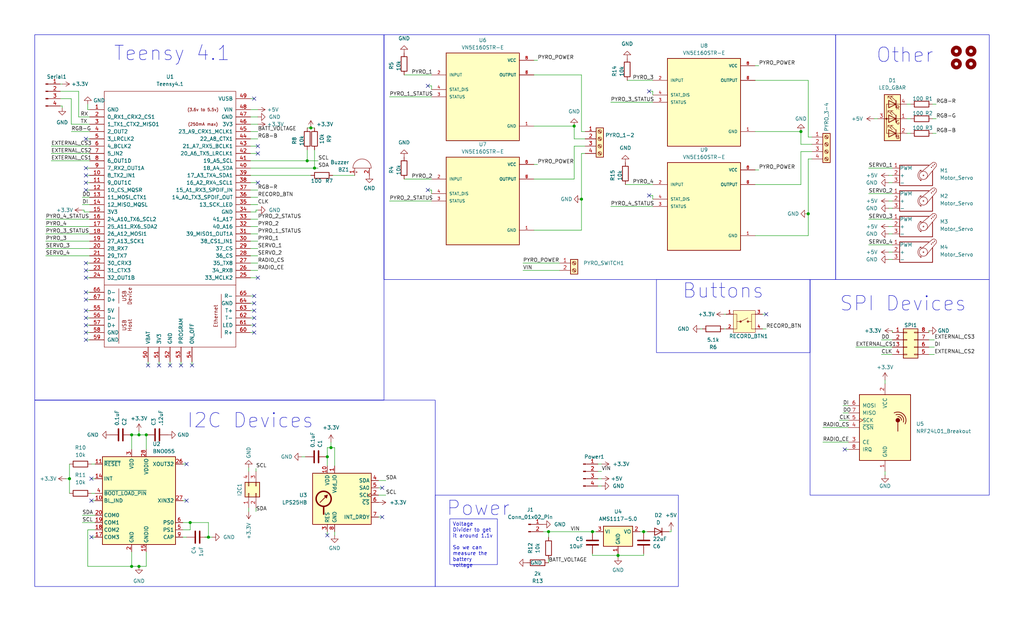
<source format=kicad_sch>
(kicad_sch (version 20230121) (generator eeschema)
  (paper "USLegal")
  (title_block (title "Data Logger") (date "2023-12-03") (rev "2") (company "Pioneer Rocketry") (comment 1 "Designed by Colin Sutter"))
  (junction (at 48.26 151.13))
  (junction (at 199.39 43.815))
  (junction (at 109.22 58.42))
  (junction (at 48.26 196.85))
  (junction (at 72.39 186.69))
  (junction (at 280.67 74.295))
  (junction (at 113.665 158.75))
  (junction (at 107.95 44.45))
  (junction (at 201.93 69.215))
  (junction (at 24.13 166.37))
  (junction (at 45.72 151.13))
  (junction (at 278.13 45.72))
  (junction (at 223.52 184.785))
  (junction (at 214.63 193.04))
  (junction (at 114.935 155.575))
  (junction (at 50.8 151.13))
  (junction (at 66.04 181.61))
  (junction (at 190.5 184.785))
  (junction (at 106.68 55.88))
  (junction (at 205.74 184.785))
  (junction (at 45.72 196.85))
  (no_connect (at 88.265 102.87))
  (no_connect (at 89.535 96.52))
  (no_connect (at 29.845 66.04))
  (no_connect (at 29.845 58.42))
  (no_connect (at 225.425 67.945))
  (no_connect (at 113.665 186.055))
  (no_connect (at 62.865 127))
  (no_connect (at 88.265 115.57))
  (no_connect (at 88.265 105.41))
  (no_connect (at 88.265 34.29))
  (no_connect (at 31.75 186.69))
  (no_connect (at 29.845 91.44))
  (no_connect (at 29.845 113.03))
  (no_connect (at 29.845 96.52))
  (no_connect (at 88.265 107.95))
  (no_connect (at 64.77 173.99))
  (no_connect (at 55.245 127))
  (no_connect (at 132.715 169.545))
  (no_connect (at 88.265 110.49))
  (no_connect (at 29.845 110.49))
  (no_connect (at 29.845 115.57))
  (no_connect (at 132.715 179.705))
  (no_connect (at 266.065 109.22))
  (no_connect (at 148.59 66.04))
  (no_connect (at 29.845 48.26))
  (no_connect (at 89.535 50.8))
  (no_connect (at 225.425 31.75))
  (no_connect (at 31.75 166.37))
  (no_connect (at 29.845 101.6))
  (no_connect (at 29.845 104.14))
  (no_connect (at 51.435 127))
  (no_connect (at 59.055 127))
  (no_connect (at 88.265 113.03))
  (no_connect (at 89.535 53.34))
  (no_connect (at 293.37 156.21))
  (no_connect (at 31.75 173.99))
  (no_connect (at 66.675 127))
  (no_connect (at 148.59 29.845))
  (no_connect (at 64.77 161.29))
  (no_connect (at 29.845 63.5))
  (no_connect (at 29.845 118.11))
  (no_connect (at 29.845 107.95))
  (no_connect (at 29.845 60.96))
  (no_connect (at 29.845 93.98))
  (no_connect (at 89.535 63.5))
  (wire (pts (xy 205.74 184.785) (xy 207.01 184.785)))
  (wire (pts (xy 291.465 146.05) (xy 294.64 146.05)))
  (wire (pts (xy 201.93 53.34) (xy 203.2 53.34)))
  (wire (pts (xy 226.695 67.945) (xy 226.695 69.215)))
  (wire (pts (xy 233.045 184.15) (xy 233.045 184.785)))
  (wire (pts (xy 301.625 76.2) (xy 309.88 76.2)))
  (wire (pts (xy 201.93 69.215) (xy 201.93 80.01)))
  (wire (pts (xy 28.575 71.12) (xy 31.115 71.12)))
  (wire (pts (xy 50.8 196.85) (xy 50.8 191.77)))
  (wire (pts (xy 15.875 86.36) (xy 31.115 86.36)))
  (wire (pts (xy 29.845 66.04) (xy 31.115 66.04)))
  (wire (pts (xy 133.985 172.085) (xy 131.445 172.085)))
  (wire (pts (xy 30.48 36.195) (xy 30.48 38.1)))
  (wire (pts (xy 86.36 162.56) (xy 86.36 163.83)))
  (wire (pts (xy 72.39 181.61) (xy 72.39 186.69)))
  (wire (pts (xy 50.8 151.13) (xy 50.8 156.21)))
  (wire (pts (xy 316.23 41.275) (xy 314.96 41.275)))
  (wire (pts (xy 89.535 50.8) (xy 86.995 50.8)))
  (wire (pts (xy 88.265 105.41) (xy 86.995 105.41)))
  (wire (pts (xy 285.75 148.59) (xy 294.64 148.59)))
  (wire (pts (xy 63.5 181.61) (xy 66.04 181.61)))
  (wire (pts (xy 24.13 166.37) (xy 24.13 171.45)))
  (wire (pts (xy 132.715 179.705) (xy 131.445 179.705)))
  (wire (pts (xy 31.75 161.29) (xy 33.02 161.29)))
  (wire (pts (xy 201.93 45.72) (xy 203.2 45.72)))
  (wire (pts (xy 278.13 64.135) (xy 278.13 52.705)))
  (wire (pts (xy 324.485 120.65) (xy 322.58 120.65)))
  (wire (pts (xy 316.23 36.195) (xy 314.96 36.195)))
  (wire (pts (xy 106.68 55.88) (xy 110.49 55.88)))
  (wire (pts (xy 88.265 107.95) (xy 86.995 107.95)))
  (wire (pts (xy 306.07 123.19) (xy 309.88 123.19)))
  (wire (pts (xy 322.58 123.19) (xy 324.485 123.19)))
  (wire (pts (xy 45.72 151.13) (xy 45.72 156.21)))
  (wire (pts (xy 201.93 26.035) (xy 201.93 45.72)))
  (wire (pts (xy 280.67 74.295) (xy 280.67 81.915)))
  (wire (pts (xy 109.22 58.42) (xy 110.49 58.42)))
  (wire (pts (xy 89.535 76.2) (xy 86.995 76.2)))
  (wire (pts (xy 214.63 193.04) (xy 214.63 192.405)))
  (wire (pts (xy 266.065 109.22) (xy 264.795 109.22)))
  (wire (pts (xy 285.75 153.67) (xy 294.64 153.67)))
  (wire (pts (xy 262.255 64.135) (xy 278.13 64.135)))
  (wire (pts (xy 308.61 60.96) (xy 309.88 60.96)))
  (wire (pts (xy 181.61 93.98) (xy 194.31 93.98)))
  (wire (pts (xy 89.535 81.28) (xy 86.995 81.28)))
  (wire (pts (xy 212.09 71.755) (xy 226.695 71.755)))
  (wire (pts (xy 15.875 88.9) (xy 31.115 88.9)))
  (wire (pts (xy 316.23 46.355) (xy 314.96 46.355)))
  (wire (pts (xy 325.12 46.355) (xy 323.85 46.355)))
  (wire (pts (xy 29.21 73.66) (xy 31.115 73.66)))
  (wire (pts (xy 278.13 52.705) (xy 281.94 52.705)))
  (wire (pts (xy 89.535 73.025) (xy 88.9 73.025)))
  (wire (pts (xy 89.535 86.36) (xy 86.995 86.36)))
  (wire (pts (xy 116.205 186.055) (xy 116.205 184.785)))
  (wire (pts (xy 28.575 179.07) (xy 33.02 179.07)))
  (wire (pts (xy 280.67 27.94) (xy 280.67 47.625)))
  (wire (pts (xy 15.875 78.74) (xy 31.115 78.74)))
  (wire (pts (xy 233.045 184.785) (xy 232.41 184.785)))
  (wire (pts (xy 303.53 41.275) (xy 304.8 41.275)))
  (wire (pts (xy 86.995 55.88) (xy 106.68 55.88)))
  (wire (pts (xy 89.535 45.72) (xy 86.995 45.72)))
  (wire (pts (xy 86.995 58.42) (xy 109.22 58.42)))
  (wire (pts (xy 31.75 166.37) (xy 33.02 166.37)))
  (wire (pts (xy 190.5 184.785) (xy 188.595 184.785)))
  (wire (pts (xy 29.21 73.025) (xy 29.21 73.66)))
  (wire (pts (xy 135.255 69.85) (xy 149.86 69.85)))
  (wire (pts (xy 262.255 81.915) (xy 280.67 81.915)))
  (wire (pts (xy 62.865 127) (xy 62.865 125.73)))
  (wire (pts (xy 135.255 33.655) (xy 149.86 33.655)))
  (wire (pts (xy 301.625 85.09) (xy 309.88 85.09)))
  (wire (pts (xy 262.255 45.72) (xy 278.13 45.72)))
  (wire (pts (xy 89.535 66.04) (xy 86.995 66.04)))
  (wire (pts (xy 308.61 81.28) (xy 309.88 81.28)))
  (wire (pts (xy 28.575 68.58) (xy 31.115 68.58)))
  (wire (pts (xy 29.845 101.6) (xy 31.115 101.6)))
  (wire (pts (xy 251.46 109.22) (xy 252.095 109.22)))
  (wire (pts (xy 17.78 53.34) (xy 31.115 53.34)))
  (wire (pts (xy 301.625 67.31) (xy 309.88 67.31)))
  (wire (pts (xy 214.63 193.675) (xy 214.63 193.04)))
  (wire (pts (xy 292.735 143.51) (xy 294.64 143.51)))
  (wire (pts (xy 30.48 38.1) (xy 31.115 38.1)))
  (wire (pts (xy 224.79 184.785) (xy 223.52 184.785)))
  (wire (pts (xy 307.34 165.1) (xy 307.34 163.83)))
  (wire (pts (xy 185.42 43.815) (xy 199.39 43.815)))
  (wire (pts (xy 88.265 115.57) (xy 86.995 115.57)))
  (wire (pts (xy 116.205 161.925) (xy 116.205 155.575)))
  (wire (pts (xy 208.915 168.91) (xy 207.645 168.91)))
  (wire (pts (xy 113.665 158.75) (xy 113.665 155.575)))
  (wire (pts (xy 292.735 140.97) (xy 294.64 140.97)))
  (wire (pts (xy 89.535 71.12) (xy 86.995 71.12)))
  (wire (pts (xy 190.5 194.31) (xy 190.5 195.58)))
  (wire (pts (xy 86.995 60.96) (xy 107.95 60.96)))
  (wire (pts (xy 266.065 114.3) (xy 264.795 114.3)))
  (wire (pts (xy 15.875 83.82) (xy 31.115 83.82)))
  (wire (pts (xy 149.86 66.04) (xy 149.86 67.31)))
  (wire (pts (xy 199.39 50.8) (xy 203.2 50.8)))
  (wire (pts (xy 280.67 55.245) (xy 280.67 74.295)))
  (wire (pts (xy 64.77 173.99) (xy 63.5 173.99)))
  (wire (pts (xy 88.265 113.03) (xy 86.995 113.03)))
  (wire (pts (xy 308.61 87.63) (xy 309.88 87.63)))
  (wire (pts (xy 88.9 162.814) (xy 88.9 163.83)))
  (wire (pts (xy 64.77 161.29) (xy 63.5 161.29)))
  (wire (pts (xy 107.95 44.45) (xy 109.22 44.45)))
  (wire (pts (xy 201.93 53.34) (xy 201.93 69.215)))
  (wire (pts (xy 88.265 110.49) (xy 86.995 110.49)))
  (wire (pts (xy 148.59 29.845) (xy 149.86 29.845)))
  (wire (pts (xy 29.845 115.57) (xy 31.115 115.57)))
  (wire (pts (xy 186.69 57.15) (xy 185.42 57.15)))
  (wire (pts (xy 89.535 68.58) (xy 86.995 68.58)))
  (wire (pts (xy 30.48 196.85) (xy 45.72 196.85)))
  (wire (pts (xy 29.845 104.14) (xy 31.115 104.14)))
  (wire (pts (xy 212.09 35.56) (xy 226.695 35.56)))
  (wire (pts (xy 186.69 20.955) (xy 185.42 20.955)))
  (wire (pts (xy 214.63 193.04) (xy 223.52 193.04)))
  (wire (pts (xy 27.305 40.64) (xy 27.305 31.75)))
  (wire (pts (xy 89.535 91.44) (xy 86.995 91.44)))
  (wire (pts (xy 89.535 48.26) (xy 86.995 48.26)))
  (wire (pts (xy 45.72 191.77) (xy 45.72 196.85)))
  (wire (pts (xy 89.535 63.5) (xy 86.995 63.5)))
  (wire (pts (xy 181.61 91.44) (xy 194.31 91.44)))
  (wire (pts (xy 31.75 186.69) (xy 33.02 186.69)))
  (wire (pts (xy 308.61 72.39) (xy 309.88 72.39)))
  (wire (pts (xy 208.915 163.83) (xy 207.645 163.83)))
  (wire (pts (xy 89.535 43.18) (xy 86.995 43.18)))
  (wire (pts (xy 113.665 161.925) (xy 113.665 158.75)))
  (wire (pts (xy 308.61 78.74) (xy 309.88 78.74)))
  (wire (pts (xy 208.915 161.29) (xy 207.645 161.29)))
  (wire (pts (xy 72.39 186.69) (xy 71.12 186.69)))
  (wire (pts (xy 66.04 181.61) (xy 72.39 181.61)))
  (wire (pts (xy 89.535 88.9) (xy 86.995 88.9)))
  (wire (pts (xy 31.75 173.99) (xy 33.02 173.99)))
  (wire (pts (xy 48.26 151.13) (xy 50.8 151.13)))
  (wire (pts (xy 29.845 58.42) (xy 31.115 58.42)))
  (wire (pts (xy 86.995 96.52) (xy 89.535 96.52)))
  (wire (pts (xy 325.12 41.275) (xy 323.85 41.275)))
  (wire (pts (xy 123.19 60.96) (xy 115.57 60.96)))
  (wire (pts (xy 106.68 44.45) (xy 107.95 44.45)))
  (wire (pts (xy 109.22 52.07) (xy 109.22 58.42)))
  (wire (pts (xy 27.305 31.75) (xy 20.955 31.75)))
  (wire (pts (xy 307.34 132.08) (xy 307.34 133.35)))
  (wire (pts (xy 21.59 37.465) (xy 21.59 36.83)))
  (wire (pts (xy 45.72 196.85) (xy 48.26 196.85)))
  (wire (pts (xy 48.26 149.86) (xy 48.26 151.13)))
  (wire (pts (xy 199.39 43.815) (xy 199.39 48.26)))
  (wire (pts (xy 217.17 64.135) (xy 226.695 64.135)))
  (wire (pts (xy 205.74 193.04) (xy 205.74 192.405)))
  (wire (pts (xy 88.9 73.025) (xy 88.9 73.66)))
  (wire (pts (xy 309.88 114.935) (xy 309.88 115.57)))
  (wire (pts (xy 263.525 59.055) (xy 262.255 59.055)))
  (wire (pts (xy 140.335 26.035) (xy 149.86 26.035)))
  (wire (pts (xy 21.59 29.21) (xy 20.955 29.21)))
  (wire (pts (xy 24.765 43.18) (xy 24.765 34.29)))
  (wire (pts (xy 45.72 151.13) (xy 48.26 151.13)))
  (wire (pts (xy 89.535 78.74) (xy 86.995 78.74)))
  (wire (pts (xy 24.13 161.29) (xy 24.13 166.37)))
  (wire (pts (xy 325.12 36.195) (xy 323.85 36.195)))
  (wire (pts (xy 185.42 80.01) (xy 201.93 80.01)))
  (wire (pts (xy 208.915 166.37) (xy 207.645 166.37)))
  (wire (pts (xy 140.335 62.23) (xy 149.86 62.23)))
  (wire (pts (xy 66.04 184.15) (xy 66.04 181.61)))
  (wire (pts (xy 29.845 60.96) (xy 31.115 60.96)))
  (wire (pts (xy 88.9 73.66) (xy 86.995 73.66)))
  (wire (pts (xy 89.535 83.82) (xy 86.995 83.82)))
  (wire (pts (xy 225.425 31.75) (xy 226.695 31.75)))
  (wire (pts (xy 28.575 73.025) (xy 29.21 73.025)))
  (wire (pts (xy 15.875 81.28) (xy 31.115 81.28)))
  (wire (pts (xy 132.715 169.545) (xy 131.445 169.545)))
  (wire (pts (xy 33.02 184.15) (xy 30.48 184.15)))
  (wire (pts (xy 88.9 176.53) (xy 88.9 177.8)))
  (wire (pts (xy 205.74 193.04) (xy 214.63 193.04)))
  (wire (pts (xy 263.525 22.86) (xy 262.255 22.86)))
  (wire (pts (xy 190.5 184.785) (xy 205.74 184.785)))
  (wire (pts (xy 217.805 27.94) (xy 226.695 27.94)))
  (wire (pts (xy 29.845 96.52) (xy 31.115 96.52)))
  (wire (pts (xy 199.39 48.26) (xy 203.2 48.26)))
  (wire (pts (xy 133.985 167.005) (xy 131.445 167.005)))
  (wire (pts (xy 243.205 114.3) (xy 243.84 114.3)))
  (wire (pts (xy 29.845 107.95) (xy 31.115 107.95)))
  (wire (pts (xy 149.86 29.845) (xy 149.86 31.115)))
  (wire (pts (xy 89.535 53.34) (xy 86.995 53.34)))
  (wire (pts (xy 29.845 118.11) (xy 31.115 118.11)))
  (wire (pts (xy 199.39 62.23) (xy 199.39 50.8)))
  (wire (pts (xy 50.8 196.85) (xy 48.26 196.85)))
  (wire (pts (xy 306.07 118.11) (xy 309.88 118.11)))
  (wire (pts (xy 113.665 186.055) (xy 113.665 184.785)))
  (wire (pts (xy 31.75 171.45) (xy 33.02 171.45)))
  (wire (pts (xy 24.765 45.72) (xy 31.115 45.72)))
  (wire (pts (xy 223.52 193.04) (xy 223.52 192.405)))
  (wire (pts (xy 308.61 90.17) (xy 309.88 90.17)))
  (wire (pts (xy 222.25 184.785) (xy 223.52 184.785)))
  (wire (pts (xy 262.255 27.94) (xy 280.67 27.94)))
  (wire (pts (xy 29.845 110.49) (xy 31.115 110.49)))
  (wire (pts (xy 30.48 184.15) (xy 30.48 196.85)))
  (wire (pts (xy 55.245 127) (xy 55.245 125.73)))
  (wire (pts (xy 31.115 40.64) (xy 27.305 40.64)))
  (wire (pts (xy 64.77 186.69) (xy 63.5 186.69)))
  (wire (pts (xy 297.18 120.65) (xy 309.88 120.65)))
  (wire (pts (xy 89.535 40.64) (xy 86.995 40.64)))
  (wire (pts (xy 322.58 114.935) (xy 322.58 115.57)))
  (wire (pts (xy 185.42 26.035) (xy 201.93 26.035)))
  (wire (pts (xy 22.86 166.37) (xy 24.13 166.37)))
  (wire (pts (xy 28.575 181.61) (xy 33.02 181.61)))
  (wire (pts (xy 280.67 55.245) (xy 281.94 55.245)))
  (wire (pts (xy 278.13 45.72) (xy 278.13 50.165)))
  (wire (pts (xy 113.665 155.575) (xy 114.935 155.575)))
  (wire (pts (xy 89.535 93.98) (xy 86.995 93.98)))
  (wire (pts (xy 66.675 127) (xy 66.675 125.73)))
  (wire (pts (xy 251.46 114.3) (xy 252.095 114.3)))
  (wire (pts (xy 226.695 31.75) (xy 226.695 33.02)))
  (wire (pts (xy 51.435 127) (xy 51.435 125.73)))
  (wire (pts (xy 293.37 156.21) (xy 294.64 156.21)))
  (wire (pts (xy 59.055 127) (xy 59.055 125.73)))
  (wire (pts (xy 15.875 76.2) (xy 31.115 76.2)))
  (wire (pts (xy 17.78 55.88) (xy 31.115 55.88)))
  (wire (pts (xy 106.68 55.88) (xy 106.68 52.07)))
  (wire (pts (xy 190.5 184.785) (xy 190.5 186.69)))
  (wire (pts (xy 29.845 93.98) (xy 31.115 93.98)))
  (wire (pts (xy 24.765 34.29) (xy 20.955 34.29)))
  (wire (pts (xy 29.845 48.26) (xy 31.115 48.26)))
  (wire (pts (xy 301.625 58.42) (xy 309.88 58.42)))
  (wire (pts (xy 88.265 102.87) (xy 86.995 102.87)))
  (wire (pts (xy 29.845 91.44) (xy 31.115 91.44)))
  (wire (pts (xy 278.13 50.165) (xy 281.94 50.165)))
  (wire (pts (xy 29.845 63.5) (xy 31.115 63.5)))
  (wire (pts (xy 29.845 113.03) (xy 31.115 113.03)))
  (wire (pts (xy 185.42 62.23) (xy 199.39 62.23)))
  (wire (pts (xy 104.775 158.75) (xy 106.045 158.75)))
  (wire (pts (xy 116.205 155.575) (xy 114.935 155.575)))
  (wire (pts (xy 31.115 43.18) (xy 24.765 43.18)))
  (wire (pts (xy 86.36 176.53) (xy 86.36 177.8)))
  (wire (pts (xy 89.535 38.1) (xy 86.995 38.1)))
  (wire (pts (xy 21.59 36.83) (xy 20.955 36.83)))
  (wire (pts (xy 17.78 50.8) (xy 31.115 50.8)))
  (wire (pts (xy 88.265 34.29) (xy 86.995 34.29)))
  (wire (pts (xy 308.61 63.5) (xy 309.88 63.5)))
  (wire (pts (xy 280.67 47.625) (xy 281.94 47.625)))
  (wire (pts (xy 322.58 118.11) (xy 324.485 118.11)))
  (wire (pts (xy 225.425 67.945) (xy 226.695 67.945)))
  (wire (pts (xy 308.61 69.85) (xy 309.88 69.85)))
  (wire (pts (xy 114.935 153.67) (xy 114.935 155.575)))
  (wire (pts (xy 63.5 184.15) (xy 66.04 184.15)))
  (wire (pts (xy 148.59 66.04) (xy 149.86 66.04)))
  (wire (pts (xy 73.66 186.69) (xy 72.39 186.69)))
  (rectangle (start 290.195 12.065) (end 343.535 97.155))
  (rectangle (start 12.065 139.065) (end 151.13 203.835))
  (rectangle (start 12.065 12.065) (end 133.35 139.065))
  (rectangle (start 133.35 12.065) (end 290.195 97.155))
  (rectangle (start 281.305 97.155) (end 343.535 172.085))
  (rectangle (start 151.13 172.085) (end 235.585 203.835))
  (rectangle (start 227.965 97.155) (end 281.305 122.555))
  (text_box "Voltage Divider to get it around 1.1v\n\nSo we can measure the battery voltage" (at 156.21 180.34 0) (size 16.51 15.875) (effects (font (size 1.27 1.27)) (justify left top)))
  (text "Other" (at 304.165 22.225 0) (effects (font (size 5 5)) (justify left bottom)))
  (text "Teensy 4.1" (at 39.37 21.59 0) (effects (font (size 5 5)) (justify left bottom)))
  (text "Buttons" (at 236.855 104.14 0) (effects (font (size 5 5)) (justify left bottom)))
  (text "Power" (at 154.94 179.705 0) (effects (font (size 5 5)) (justify left bottom)))
  (text "SPI Devices" (at 291.465 108.585 0) (effects (font (size 5 5)) (justify left bottom)))
  (text "I2C Devices" (at 64.77 149.225 0) (effects (font (size 5 5)) (justify left bottom)))
  (label "PYRO_1_STATUS" (at 89.535 81.28 0))
  (label "PYRO_4" (at 15.875 78.74 0))
  (label "EXTERNAL_CS1" (at 297.18 120.65 0))
  (label "RGB-R" (at 325.12 36.195 0))
  (label "DI" (at 292.735 140.97 0))
  (label "PYRO_4" (at 219.71 64.135 0))
  (label "EXTERNAL_CS3" (at 324.485 118.11 0))
  (label "SCL" (at 88.9 162.814 0))
  (label "PYRO_2" (at 89.535 78.74 0))
  (label "DO" (at 292.735 143.51 0))
  (label "SERVO_1" (at 89.535 86.36 0))
  (label "TX" (at 27.94 43.18 0))
  (label "SDA" (at 133.985 167.005 0))
  (label "RX" (at 27.94 40.64 0))
  (label "VIN" (at 198.12 184.785 0))
  (label "SDA" (at 28.575 179.07 0))
  (label "RECORD_BTN" (at 266.065 114.3 0))
  (label "PYRO_3" (at 219.71 27.94 0))
  (label "PYRO_POWER" (at 181.61 91.44 0))
  (label "SERVO_1" (at 301.625 58.42 0))
  (label "PYRO_2_STATUS" (at 135.255 69.85 0))
  (label "VIN" (at 181.61 93.98 0))
  (label "EXTERNAL_CS2" (at 324.485 123.19 0))
  (label "RGB-G" (at 325.12 41.275 0))
  (label "DI" (at 28.575 71.12 0))
  (label "RADIO_CS" (at 89.535 91.44 0))
  (label "CLK" (at 306.07 123.19 0))
  (label "PYRO_POWER" (at 186.69 57.15 0))
  (label "DO" (at 28.575 68.58 0))
  (label "VIN" (at 208.915 163.83 0))
  (label "PYRO_3_STATUS" (at 212.09 35.56 0))
  (label "PYRO_3_STATUS" (at 15.875 81.28 0))
  (label "PYRO_1" (at 142.875 26.035 0))
  (label "RGB-B" (at 89.535 48.26 0))
  (label "PYRO_1_STATUS" (at 135.255 33.655 0))
  (label "PYRO_2_STATUS" (at 89.535 76.2 0))
  (label "EXTERNAL_CS3" (at 17.78 50.8 0))
  (label "BATT_VOLTAGE" (at 190.5 195.58 0))
  (label "SCL" (at 110.49 55.88 0))
  (label "SDA" (at 88.9 177.8 0))
  (label "RADIO_CE" (at 89.535 93.98 0))
  (label "PYRO_4_STATUS" (at 15.875 76.2 0))
  (label "PYRO_POWER" (at 186.69 20.955 0))
  (label "RGB-B" (at 325.12 46.355 0))
  (label "RECORD_BTN" (at 89.535 68.58 0))
  (label "DI" (at 324.485 120.65 0))
  (label "PYRO_4_STATUS" (at 212.09 71.755 0))
  (label "SDA" (at 110.49 58.42 0))
  (label "CLK" (at 291.465 146.05 0))
  (label "RADIO_CS" (at 285.75 148.59 0))
  (label "PYRO_POWER" (at 263.525 59.055 0))
  (label "SERVO_3" (at 301.625 76.2 0))
  (label "PYRO_2" (at 142.875 62.23 0))
  (label "PYRO_POWER" (at 263.525 22.86 0))
  (label "SERVO_4" (at 301.625 85.09 0))
  (label "RGB-R" (at 89.535 66.04 0))
  (label "EXTERNAL_CS2" (at 17.78 53.34 0))
  (label "CLK" (at 89.535 71.12 0))
  (label "SERVO_4" (at 15.875 88.9 0))
  (label "RGB-G" (at 24.765 45.72 0))
  (label "SERVO_2" (at 301.625 67.31 0))
  (label "PYRO_1" (at 89.535 83.82 0))
  (label "SCL" (at 28.575 181.61 0))
  (label "EXTERNAL_CS1" (at 17.78 55.88 0))
  (label "RADIO_CE" (at 285.75 153.67 0))
  (label "SCL" (at 133.985 172.085 0))
  (label "BATT_VOLTAGE" (at 89.535 45.72 0))
  (label "DO" (at 306.07 118.11 0))
  (label "SERVO_3" (at 15.875 86.36 0))
  (label "PYRO_3" (at 15.875 83.82 0))
  (label "SERVO_2" (at 89.535 88.9 0))
  (symbol (lib_id "Mechanical:MountingHole") (at 337.185 22.225 0) (unit 1) (in_bom no)
    (property "Reference" "H4" (effects hide))
    (property "Value" "MountingHole" (effects hide))
    (property "Footprint" "MountingHole:MountingHole_2.2mm_M2" (effects hide))
  )
  (symbol (lib_id "power:GND") (at 182.88 195.58 270) (unit 1)
    (property "Reference" "#PWR025" (effects hide))
    (property "Value" "GND" (at 184.15 195.58 90) (effects (justify left)))
  )
  (symbol (lib_id "power:GND") (at 308.61 72.39 270) (mirror x) (unit 1)
    (property "Reference" "#PWR031" (effects hide))
    (property "Value" "GND" (at 304.8 72.39 90) (effects (justify right)))
  )
  (symbol (lib_id "power:GND") (at 308.61 81.28 270) (mirror x) (unit 1)
    (property "Reference" "#PWR033" (effects hide))
    (property "Value" "GND" (at 304.8 81.28 90) (effects (justify right)))
  )
  (symbol (lib_id "Device:R") (at 140.335 58.42 0) (mirror y) (unit 1)
    (property "Reference" "R4" (at 135.89 59.055 90))
    (property "Value" "10k" (at 138.43 59.055 90))
    (property "Footprint" "Resistor_SMD:R_0603_1608Metric_Pad0.98x0.95mm_HandSolder" (effects hide))
  )
  (symbol (lib_id "Device:R") (at 190.5 190.5 180) (unit 1)
    (property "Reference" "R12" (at 184.15 190.5 90))
    (property "Value" "10k" (at 186.69 190.5 90))
    (property "Footprint" "Resistor_SMD:R_0603_1608Metric_Pad0.98x0.95mm_HandSolder" (effects hide))
  )
  (symbol (lib_id "Motor:Motor_Servo") (at 317.5 69.85 0) (unit 1)
    (property "Reference" "M2" (at 326.39 68.1466 0) (effects (justify left)))
    (property "Value" "Motor_Servo" (at 326.39 70.6866 0) (effects (justify left)))
    (property "Footprint" "Connector_PinHeader_2.54mm:PinHeader_1x03_P2.54mm_Vertical" (effects hide))
    (property "Datasheet" "http://forums.parallax.com/uploads/attachments/46831/74481.png" (effects hide))
  )
  (symbol (lib_id "Device:R") (at 27.94 171.45 90) (unit 1)
    (property "Reference" "R11" (at 27.94 165.1 90))
    (property "Value" "10k" (at 27.94 167.64 90))
    (property "Footprint" "Resistor_SMD:R_0603_1608Metric_Pad0.98x0.95mm_HandSolder" (effects hide))
  )
  (symbol (lib_id "Connector:Screw_Terminal_01x04") (at 287.02 50.165 0) (unit 1)
    (property "Reference" "PYRO_3-4" (at 287.02 45.72 90) (effects (justify left)))
    (property "Value" "Screw_Terminal_01x04" (effects hide))
    (property "Footprint" "TerminalBlock:TerminalBlock_bornier-4_P5.08mm" (effects hide))
  )
  (symbol (lib_id "power:+3.3V") (at 131.445 174.625 270) (unit 1)
    (property "Reference" "#PWR019" (effects hide))
    (property "Value" "+3.3V" (at 135.255 174.625 90) (effects (justify left)))
  )
  (symbol (lib_id "power:+5V") (at 233.045 184.15 0) (unit 1)
    (property "Reference" "#PWR039" (effects hide))
    (property "Value" "+5V" (at 233.045 179.07 0))
  )
  (symbol (lib_id "power:GND") (at 58.42 151.13 90) (mirror x) (unit 1)
    (property "Reference" "#PWR023" (effects hide))
    (property "Value" "GND" (at 61.595 151.13 90) (effects (justify right)))
  )
  (symbol (lib_id "Device:R") (at 106.68 48.26 0) (mirror y) (unit 1)
    (property "Reference" "R8" (at 102.235 48.895 90))
    (property "Value" "10k" (at 104.775 48.895 90))
    (property "Footprint" "Resistor_SMD:R_0603_1608Metric_Pad0.98x0.95mm_HandSolder" (effects hide))
  )
  (symbol (lib_id "Device:R") (at 217.805 24.13 0) (mirror y) (unit 1)
    (property "Reference" "R14" (at 213.36 24.765 90))
    (property "Value" "10k" (at 215.9 24.765 90))
    (property "Footprint" "Resistor_SMD:R_0603_1608Metric_Pad0.98x0.95mm_HandSolder" (effects hide))
  )
  (symbol (lib_id "VN5E160STR-E:VN5E160STR-E") (at 244.475 71.755 0) (unit 1)
    (property "Reference" "U9" (at 244.475 52.07 0))
    (property "Value" "VN5E160STR-E" (at 244.475 54.61 0))
    (property "Footprint" "SOIC127P600X175-8N:SOIC127P600X175-8N" (effects hide))
    (property "MF" "STMicroelectronics" (effects hide))
    (property "Description" "\nPower Switch/Driver 1:1 N-Channel 7A 8-SOIC\n" (effects hide))
    (property "Package" "SO-8 STMicroelectronics" (effects hide))
    (property "Price" "None" (effects hide))
    (property "Check_prices" "https://www.snapeda.com/parts/VN5E160STR-E/STMicroelectronics/view-part/?ref=eda" (effects hide))
    (property "STANDARD" "IPC 7351B" (effects hide))
    (property "PARTREV" "3" (effects hide))
    (property "SnapEDA_Link" "https://www.snapeda.com/parts/VN5E160STR-E/STMicroelectronics/view-part/?ref=snap" (effects hide))
    (property "MP" "VN5E160STR-E" (effects hide))
    (property "Purchase-URL" "https://www.snapeda.com/api/url_track_click_mouser/?unipart_id=536409&manufacturer=STMicroelectronics&part_name=VN5E160STR-E&search_term=vn5e160s" (effects hide))
    (property "Availability" "In Stock" (effects hide))
    (property "MANUFACTURER" "ST MICROELECTRONICS" (effects hide))
  )
  (symbol (lib_id "Device:C") (at 54.61 151.13 90) (unit 1)
    (property "Reference" "C3" (at 53.34 147.955 0) (effects (justify left)))
    (property "Value" ".12uF" (at 55.88 147.955 0) (effects (justify left)))
    (property "Footprint" "Resistor_SMD:R_0603_1608Metric_Pad0.98x0.95mm_HandSolder" (effects hide))
  )
  (symbol (lib_id "Connector_Generic:Conn_02x04_Counter_Clockwise") (at 314.96 118.11 0) (unit 1)
    (property "Reference" "SPI1" (at 316.23 113.03 0))
    (property "Value" "Conn_02x04_Counter_Clockwise" (effects hide))
    (property "Footprint" "Connector_PinHeader_1.27mm:PinHeader_2x04_P1.27mm_Vertical" (effects hide))
  )
  (symbol (lib_id "Motor:Motor_Servo") (at 317.5 60.96 0) (unit 1)
    (property "Reference" "M1" (at 326.39 59.2566 0) (effects (justify left)))
    (property "Value" "Motor_Servo" (at 326.39 61.7966 0) (effects (justify left)))
    (property "Footprint" "Connector_PinHeader_2.54mm:PinHeader_1x03_P2.54mm_Vertical" (effects hide))
    (property "Datasheet" "http://forums.parallax.com/uploads/attachments/46831/74481.png" (effects hide))
  )
  (symbol (lib_id "power:GND") (at 201.93 69.215 270) (unit 1)
    (property "Reference" "#PWR016" (effects hide))
    (property "Value" "GND" (at 198.755 69.215 90) (effects (justify right)))
  )
  (symbol (lib_id "power:+3.3V") (at 22.86 166.37 90) (unit 1)
    (property "Reference" "#PWR028" (effects hide))
    (property "Value" "+3.3V" (at 19.685 166.37 90) (effects (justify left)))
  )
  (symbol (lib_id "Connector:Screw_Terminal_01x02") (at 199.39 91.44 0) (unit 1)
    (property "Reference" "PYRO_SWITCH1" (at 202.565 91.44 0) (effects (justify left)))
    (property "Value" "Screw_Terminal_01x02" (effects hide))
    (property "Footprint" "TerminalBlock:TerminalBlock_bornier-2_P5.08mm" (effects hide))
  )
  (symbol (lib_id "power:+3.3V") (at 107.95 44.45 0) (unit 1)
    (property "Reference" "#PWR021" (effects hide))
    (property "Value" "+3.3V" (at 109.855 43.18 0) (effects (justify left)))
  )
  (symbol (lib_id "VN5E160STR-E:VN5E160STR-E") (at 167.64 69.85 0) (unit 1)
    (property "Reference" "U7" (at 167.64 50.165 0))
    (property "Value" "VN5E160STR-E" (at 167.64 52.705 0))
    (property "Footprint" "SOIC127P600X175-8N:SOIC127P600X175-8N" (effects hide))
    (property "MF" "STMicroelectronics" (effects hide))
    (property "Description" "\nPower Switch/Driver 1:1 N-Channel 7A 8-SOIC\n" (effects hide))
    (property "Package" "SO-8 STMicroelectronics" (effects hide))
    (property "Price" "None" (effects hide))
    (property "Check_prices" "https://www.snapeda.com/parts/VN5E160STR-E/STMicroelectronics/view-part/?ref=eda" (effects hide))
    (property "STANDARD" "IPC 7351B" (effects hide))
    (property "PARTREV" "3" (effects hide))
    (property "SnapEDA_Link" "https://www.snapeda.com/parts/VN5E160STR-E/STMicroelectronics/view-part/?ref=snap" (effects hide))
    (property "MP" "VN5E160STR-E" (effects hide))
    (property "Purchase-URL" "https://www.snapeda.com/api/url_track_click_mouser/?unipart_id=536409&manufacturer=STMicroelectronics&part_name=VN5E160STR-E&search_term=vn5e160s" (effects hide))
    (property "Availability" "In Stock" (effects hide))
    (property "MANUFACTURER" "ST MICROELECTRONICS" (effects hide))
  )
  (symbol (lib_id "Device:R") (at 320.04 41.275 270) (mirror x) (unit 1)
    (property "Reference" "R2" (at 322.58 39.37 90))
    (property "Value" "100" (at 318.77 39.37 90))
    (property "Footprint" "Resistor_SMD:R_0603_1608Metric_Pad0.98x0.95mm_HandSolder" (effects hide))
  )
  (symbol (lib_id "Device:R") (at 217.17 60.325 0) (mirror y) (unit 1)
    (property "Reference" "R15" (at 212.725 60.96 90))
    (property "Value" "10k" (at 215.265 60.96 90))
    (property "Footprint" "Resistor_SMD:R_0603_1608Metric_Pad0.98x0.95mm_HandSolder" (effects hide))
  )
  (symbol (lib_id "Motor:Motor_Servo") (at 317.5 87.63 0) (unit 1)
    (property "Reference" "M4" (at 326.39 85.9266 0) (effects (justify left)))
    (property "Value" "Motor_Servo" (at 326.39 88.4666 0) (effects (justify left)))
    (property "Footprint" "Connector_PinHeader_2.54mm:PinHeader_1x03_P2.54mm_Vertical" (effects hide))
    (property "Datasheet" "http://forums.parallax.com/uploads/attachments/46831/74481.png" (effects hide))
  )
  (symbol (lib_id "power:+5V") (at 308.61 78.74 90) (unit 1)
    (property "Reference" "#PWR046" (effects hide))
    (property "Value" "+5V" (at 304.8 78.74 90) (effects (justify left)))
  )
  (symbol (lib_id "power:GND") (at 86.36 162.56 180) (unit 1)
    (property "Reference" "#PWR034" (effects hide))
    (property "Value" "GND" (at 86.36 159.385 90) (effects (justify right)))
  )
  (symbol (lib_id "VN5E160STR-E:VN5E160STR-E") (at 167.64 33.655 0) (unit 1)
    (property "Reference" "U6" (at 167.64 13.97 0))
    (property "Value" "VN5E160STR-E" (at 167.64 16.51 0))
    (property "Footprint" "SOIC127P600X175-8N:SOIC127P600X175-8N" (effects hide))
    (property "MF" "STMicroelectronics" (effects hide))
    (property "Description" "\nPower Switch/Driver 1:1 N-Channel 7A 8-SOIC\n" (effects hide))
    (property "Package" "SO-8 STMicroelectronics" (effects hide))
    (property "Price" "None" (effects hide))
    (property "Check_prices" "https://www.snapeda.com/parts/VN5E160STR-E/STMicroelectronics/view-part/?ref=eda" (effects hide))
    (property "STANDARD" "IPC 7351B" (effects hide))
    (property "PARTREV" "3" (effects hide))
    (property "SnapEDA_Link" "https://www.snapeda.com/parts/VN5E160STR-E/STMicroelectronics/view-part/?ref=snap" (effects hide))
    (property "MP" "VN5E160STR-E" (effects hide))
    (property "Purchase-URL" "https://www.snapeda.com/api/url_track_click_mouser/?unipart_id=536409&manufacturer=STMicroelectronics&part_name=VN5E160STR-E&search_term=vn5e160s" (effects hide))
    (property "Availability" "In Stock" (effects hide))
    (property "MANUFACTURER" "ST MICROELECTRONICS" (effects hide))
  )
  (symbol (lib_id "Connector:Conn_01x04_Pin") (at 15.875 31.75 0) (unit 1)
    (property "Reference" "Serial1" (at 19.685 26.67 0))
    (property "Value" "Conn_01x04_Pin" (effects hide))
    (property "Footprint" "Connector_PinHeader_1.27mm:PinHeader_1x04_P1.27mm_Vertical" (effects hide))
  )
  (symbol (lib_id "power:GND") (at 280.67 74.295 270) (mirror x) (unit 1)
    (property "Reference" "#PWR041" (effects hide))
    (property "Value" "GND" (at 277.495 74.295 90) (effects (justify right)))
  )
  (symbol (lib_id "Device:C") (at 41.91 151.13 270) (mirror x) (unit 1)
    (property "Reference" "C2" (at 43.18 147.955 0) (effects (justify left)))
    (property "Value" "0.1uF" (at 40.64 147.955 0) (effects (justify left)))
    (property "Footprint" "Resistor_SMD:R_0603_1608Metric_Pad0.98x0.95mm_HandSolder" (effects hide))
  )
  (symbol (lib_id "Device:C") (at 205.74 188.595 0) (mirror y) (unit 1)
    (property "Reference" "C5" (at 202.565 187.325 0) (effects (justify left)))
    (property "Value" "10uF" (at 202.565 189.865 0) (effects (justify left)))
    (property "Footprint" "Resistor_SMD:R_0603_1608Metric_Pad0.98x0.95mm_HandSolder" (effects hide))
  )
  (symbol (lib_id "power:+3.3V") (at 114.935 153.67 0) (unit 1)
    (property "Reference" "#PWR017" (effects hide))
    (property "Value" "+3.3V" (at 114.935 148.59 0))
  )
  (symbol (lib_id "Device:D") (at 228.6 184.785 180) (unit 1)
    (property "Reference" "D2" (at 228.6 179.07 0))
    (property "Value" "D" (at 228.6 181.61 0))
    (property "Footprint" "Diode_SMD:D_0603_1608Metric_Pad1.05x0.95mm_HandSolder" (effects hide))
    (property "Sim.Device" "D" (effects hide))
    (property "Sim.Pins" "1=K 2=A" (effects hide))
  )
  (symbol (lib_id "power:+3.3V") (at 251.46 109.22 90) (unit 1)
    (property "Reference" "#PWR010" (effects hide))
    (property "Value" "+3.3V" (at 248.285 109.22 90) (effects (justify left)))
  )
  (symbol (lib_id "Device:Buzzer") (at 125.73 58.42 90) (unit 1)
    (property "Reference" "BZ1" (at 121.285 58.9349 90) (effects (justify left)))
    (property "Value" "Buzzer" (at 121.285 56.3949 90) (effects (justify left)))
    (property "Footprint" "Buzzer_Beeper:Buzzer_12x9.5RM7.6" (effects hide))
  )
  (symbol (lib_id "Motor:Motor_Servo") (at 317.5 78.74 0) (unit 1)
    (property "Reference" "M3" (at 326.39 77.0366 0) (effects (justify left)))
    (property "Value" "Motor_Servo" (at 326.39 79.5766 0) (effects (justify left)))
    (property "Footprint" "Connector_PinHeader_2.54mm:PinHeader_1x03_P2.54mm_Vertical" (effects hide))
    (property "Datasheet" "http://forums.parallax.com/uploads/attachments/46831/74481.png" (effects hide))
  )
  (symbol (lib_id "power:GND") (at 48.26 196.85 0) (unit 1)
    (property "Reference" "#PWR020" (effects hide))
    (property "Value" "GND" (at 48.26 201.93 0))
  )
  (symbol (lib_id "power:+5V") (at 208.915 166.37 270) (unit 1)
    (property "Reference" "#PWR050" (effects hide))
    (property "Value" "+5V" (at 212.09 166.37 90) (effects (justify left)))
  )
  (symbol (lib_id "power:GND") (at 243.205 114.3 270) (unit 1)
    (property "Reference" "#PWR05" (effects hide))
    (property "Value" "GND" (at 239.395 114.3 90) (effects (justify right)))
  )
  (symbol (lib_id "power:+3.3V") (at 307.34 132.08 0) (unit 1)
    (property "Reference" "#PWR036" (effects hide))
    (property "Value" "+3.3V" (at 307.34 127.635 0))
  )
  (symbol (lib_id "Mechanical:MountingHole") (at 332.105 17.78 0) (unit 1) (in_bom no)
    (property "Reference" "H1" (effects hide))
    (property "Value" "MountingHole" (effects hide))
    (property "Footprint" "MountingHole:MountingHole_2.2mm_M2" (effects hide))
  )
  (symbol (lib_id "power:+3.3V") (at 208.915 161.29 270) (unit 1)
    (property "Reference" "#PWR051" (effects hide))
    (property "Value" "+3.3V" (at 212.725 161.29 90) (effects (justify left)))
  )
  (symbol (lib_id "power:GND") (at 140.335 54.61 180) (unit 1)
    (property "Reference" "#PWR04" (effects hide))
    (property "Value" "GND" (at 140.335 49.53 0))
  )
  (symbol (lib_id "power:+3.3V") (at 89.535 43.18 270) (unit 1)
    (property "Reference" "#PWR06" (effects hide))
    (property "Value" "+3.3V" (at 92.71 43.18 90) (effects (justify left)))
  )
  (symbol (lib_id "VN5E160STR-E:VN5E160STR-E") (at 244.475 35.56 0) (unit 1)
    (property "Reference" "U8" (at 244.475 15.875 0))
    (property "Value" "VN5E160STR-E" (at 244.475 18.415 0))
    (property "Footprint" "SOIC127P600X175-8N:SOIC127P600X175-8N" (effects hide))
    (property "MF" "STMicroelectronics" (effects hide))
    (property "Description" "\nPower Switch/Driver 1:1 N-Channel 7A 8-SOIC\n" (effects hide))
    (property "Package" "SO-8 STMicroelectronics" (effects hide))
    (property "Price" "None" (effects hide))
    (property "Check_prices" "https://www.snapeda.com/parts/VN5E160STR-E/STMicroelectronics/view-part/?ref=eda" (effects hide))
    (property "STANDARD" "IPC 7351B" (effects hide))
    (property "PARTREV" "3" (effects hide))
    (property "SnapEDA_Link" "https://www.snapeda.com/parts/VN5E160STR-E/STMicroelectronics/view-part/?ref=snap" (effects hide))
    (property "MP" "VN5E160STR-E" (effects hide))
    (property "Purchase-URL" "https://www.snapeda.com/api/url_track_click_mouser/?unipart_id=536409&manufacturer=STMicroelectronics&part_name=VN5E160STR-E&search_term=vn5e160s" (effects hide))
    (property "Availability" "In Stock" (effects hide))
    (property "MANUFACTURER" "ST MICROELECTRONICS" (effects hide))
  )
  (symbol (lib_id "RF:NRF24L01_Breakout") (at 307.34 148.59 0) (unit 1)
    (property "Reference" "U5" (at 318.135 147.32 0) (effects (justify left)))
    (property "Value" "NRF24L01_Breakout" (at 318.135 149.86 0) (effects (justify left)))
    (property "Footprint" "RF_Module:nRF24L01_Breakout" (effects hide))
    (property "Datasheet" "http://www.nordicsemi.com/eng/content/download/2730/34105/file/nRF24L01_Product_Specification_v2_0.pdf" (effects hide))
  )
  (symbol (lib_id "power:+5V") (at 308.61 60.96 90) (unit 1)
    (property "Reference" "#PWR044" (effects hide))
    (property "Value" "+5V" (at 304.8 60.96 90) (effects (justify left)))
  )
  (symbol (lib_id "power:+3.3V") (at 48.26 149.86 0) (unit 1)
    (property "Reference" "#PWR022" (effects hide))
    (property "Value" "+3.3V" (at 48.26 145.415 0))
  )
  (symbol (lib_id "Connector_Generic:Conn_02x02_Counter_Clockwise") (at 86.36 171.45 90) (unit 1)
    (property "Reference" "I2C1" (at 83.185 170.18 0))
    (property "Value" "Conn_02x02_Counter_Clockwise" (effects hide))
    (property "Footprint" "Connector_PinHeader_1.27mm:PinHeader_2x02_P1.27mm_Vertical" (effects hide))
  )
  (symbol (lib_id "Device:R") (at 320.04 46.355 270) (mirror x) (unit 1)
    (property "Reference" "R3" (at 322.58 44.45 90))
    (property "Value" "100" (at 318.77 44.45 90))
    (property "Footprint" "Resistor_SMD:R_0603_1608Metric_Pad0.98x0.95mm_HandSolder" (effects hide))
  )
  (symbol (lib_id "power:GND") (at 38.1 151.13 270) (mirror x) (unit 1)
    (property "Reference" "#PWR024" (effects hide))
    (property "Value" "GND" (at 34.29 151.13 90) (effects (justify right)))
  )
  (symbol (lib_id "Connector:Conn_01x02_Pin") (at 183.515 182.245 0) (unit 1) (in_bom no)
    (property "Reference" "J1" (at 184.15 177.165 0))
    (property "Value" "Conn_01x02_Pin" (at 184.15 179.705 0))
    (property "Footprint" "Connector_PinHeader_2.54mm:PinHeader_1x02_P2.54mm_Vertical" (effects hide))
  )
  (symbol (lib_id "Device:LED_GBAR") (at 309.88 41.275 0) (mirror y) (unit 1)
    (property "Reference" "D1" (at 309.88 27.94 0))
    (property "Value" "LED_GBAR" (at 309.88 30.48 0))
    (property "Footprint" "Led:LED_GBAR" (effects hide))
  )
  (symbol (lib_id "power:GND") (at 307.34 165.1 0) (unit 1)
    (property "Reference" "#PWR037" (effects hide))
    (property "Value" "GND" (at 307.34 168.91 0))
  )
  (symbol (lib_id "Device:C") (at 109.855 158.75 270) (mirror x) (unit 1)
    (property "Reference" "C1" (at 111.125 155.575 0) (effects (justify left)))
    (property "Value" "0.1uF" (at 108.585 155.575 0) (effects (justify left)))
    (property "Footprint" "Resistor_SMD:R_0603_1608Metric_Pad0.98x0.95mm_HandSolder" (effects hide))
  )
  (symbol (lib_id "power:GND") (at 89.535 40.64 90) (unit 1)
    (property "Reference" "#PWR013" (effects hide))
    (property "Value" "GND" (at 93.345 40.64 90) (effects (justify right)))
  )
  (symbol (lib_id "power:GND") (at 308.61 63.5 270) (mirror x) (unit 1)
    (property "Reference" "#PWR029" (effects hide))
    (property "Value" "GND" (at 304.8 63.5 90) (effects (justify right)))
  )
  (symbol (lib_id "power:GND") (at 21.59 37.465 0) (unit 1)
    (property "Reference" "#PWR048" (effects hide))
    (property "Value" "GND" (at 21.59 42.545 0))
  )
  (symbol (lib_id "power:GND") (at 199.39 43.815 180) (unit 1)
    (property "Reference" "#PWR015" (effects hide))
    (property "Value" "GND" (at 199.39 38.735 0))
  )
  (symbol (lib_id "Mechanical:MountingHole") (at 332.105 22.225 0) (unit 1) (in_bom no)
    (property "Reference" "H3" (effects hide))
    (property "Value" "MountingHole" (effects hide))
    (property "Footprint" "MountingHole:MountingHole_2.2mm_M2" (effects hide))
  )
  (symbol (lib_id "power:+5V") (at 308.61 87.63 90) (unit 1)
    (property "Reference" "#PWR047" (effects hide))
    (property "Value" "+5V" (at 304.8 87.63 90) (effects (justify left)))
  )
  (symbol (lib_id "Device:C") (at 223.52 188.595 0) (mirror x) (unit 1)
    (property "Reference" "C6" (at 226.695 189.865 0) (effects (justify left)))
    (property "Value" "22uF" (at 226.695 187.325 0) (effects (justify left)))
    (property "Footprint" "Resistor_SMD:R_0603_1608Metric_Pad0.98x0.95mm_HandSolder" (effects hide))
  )
  (symbol (lib_id "power:GND") (at 89.535 73.025 90) (unit 1)
    (property "Reference" "#PWR014" (effects hide))
    (property "Value" "GND" (at 93.345 73.025 90) (effects (justify right)))
  )
  (symbol (lib_id "power:GND") (at 128.27 60.96 0) (mirror y) (unit 1)
    (property "Reference" "#PWR09" (effects hide))
    (property "Value" "GND" (at 128.27 65.405 0))
  )
  (symbol (lib_id "Sensor_Motion:BNO055") (at 48.26 173.99 0) (unit 1)
    (property "Reference" "U2" (at 52.9941 154.305 0) (effects (justify left)))
    (property "Value" "BNO055" (at 52.9941 156.845 0) (effects (justify left)))
    (property "Footprint" "Package_LGA:LGA-28_5.2x3.8mm_P0.5mm" (effects hide))
    (property "Datasheet" "https://www.bosch-sensortec.com/media/boschsensortec/downloads/datasheets/bst-bno055-ds000.pdf" (effects hide))
  )
  (symbol (lib_id "Regulator_Linear:AMS1117-5.0") (at 214.63 184.785 0) (unit 1)
    (property "Reference" "U4" (at 214.63 177.8 0))
    (property "Value" "AMS1117-5.0" (at 214.63 180.34 0))
    (property "Footprint" "Package_TO_SOT_SMD:SOT-223-3_TabPin2" (effects hide))
    (property "Datasheet" "http://www.advanced-monolithic.com/pdf/ds1117.pdf" (effects hide))
  )
  (symbol (lib_id "power:GND") (at 278.13 45.72 180) (unit 1)
    (property "Reference" "#PWR040" (effects hide))
    (property "Value" "GND" (at 278.13 41.275 0))
  )
  (symbol (lib_id "Device:R") (at 186.69 195.58 270) (unit 1)
    (property "Reference" "R13" (at 186.69 201.93 90))
    (property "Value" "2k" (at 186.69 199.39 90))
    (property "Footprint" "Resistor_SMD:R_0603_1608Metric_Pad0.98x0.95mm_HandSolder" (effects hide))
  )
  (symbol (lib_id "power:GND") (at 116.205 186.055 0) (unit 1)
    (property "Reference" "#PWR018" (effects hide))
    (property "Value" "GND" (at 116.205 190.5 0))
  )
  (symbol (lib_id "power:+3.3V") (at 21.59 29.21 270) (unit 1)
    (property "Reference" "#PWR07" (effects hide))
    (property "Value" "+3.3V" (at 24.765 29.21 90) (effects (justify left)))
  )
  (symbol (lib_id "Push Button:FSM8JH") (at 258.445 111.76 0) (unit 1)
    (property "Reference" "RECORD_BTN1" (at 266.7 116.84 0) (effects (justify right)))
    (property "Value" "FSM8JH" (effects hide))
    (property "Footprint" "Push Button:SW_FSM8JH" (effects hide))
    (property "MF" "TE Connectivity" (effects hide))
    (property "Description" "\nSwitch,Pushbutton,Tactile,SPST,Thru Hole,Vertical,6MM,Black | TE Connectivity FSM8JH\n" (effects hide))
    (property "Package" "None" (effects hide))
    (property "Price" "None" (effects hide))
    (property "Check_prices" "https://www.snapeda.com/parts/FSM8JH/TE+Connectivity+ALCOSWITCH+Switches/view-part/?ref=eda" (effects hide))
    (property "STANDARD" "MANUFACTURER RECOMMENDATIONS" (effects hide))
    (property "PARTREV" "C10" (effects hide))
    (property "SnapEDA_Link" "https://www.snapeda.com/parts/FSM8JH/TE+Connectivity+ALCOSWITCH+Switches/view-part/?ref=snap" (effects hide))
    (property "MP" "FSM8JH" (effects hide))
    (property "Availability" "In Stock" (effects hide))
    (property "MANUFACTURER" "TE CONNECTIVITY" (effects hide))
  )
  (symbol (lib_id "Connector:Screw_Terminal_01x04") (at 208.28 48.26 0) (unit 1)
    (property "Reference" "PYRO_1-2" (at 210.185 46.99 0) (effects (justify left)))
    (property "Value" "Screw_Terminal_01x04" (effects hide))
    (property "Footprint" "TerminalBlock:TerminalBlock_bornier-4_P5.08mm" (effects hide))
  )
  (symbol (lib_id "power:GND") (at 214.63 193.675 0) (unit 1)
    (property "Reference" "#PWR042" (effects hide))
    (property "Value" "GND" (at 214.63 198.12 0))
  )
  (symbol (lib_id "power:GND") (at 30.48 36.195 180) (unit 1)
    (property "Reference" "#PWR012" (effects hide))
    (property "Value" "GND" (at 32.385 34.925 0) (effects (justify right)))
  )
  (symbol (lib_id "Device:R") (at 247.65 114.3 90) (mirror x) (unit 1)
    (property "Reference" "R6" (at 247.65 120.65 90))
    (property "Value" "5.1k" (at 247.65 118.11 90))
    (property "Footprint" "Resistor_SMD:R_0603_1608Metric_Pad0.98x0.95mm_HandSolder" (effects hide))
  )
  (symbol (lib_id "Teensy4.1:Teensy4.1") (at 59.055 92.71 0) (unit 1)
    (property "Reference" "U1" (at 59.055 26.67 0))
    (property "Value" "Teensy4.1" (at 59.055 29.21 0))
    (property "Footprint" "Teensy4.1:Teensy41" (effects hide))
  )
  (symbol (lib_id "Device:R") (at 109.22 48.26 0) (unit 1)
    (property "Reference" "R9" (at 114.3 48.26 90))
    (property "Value" "10k" (at 111.76 48.26 90))
    (property "Footprint" "Resistor_SMD:R_0603_1608Metric_Pad0.98x0.95mm_HandSolder" (effects hide))
  )
  (symbol (lib_id "Device:R") (at 320.04 36.195 270) (mirror x) (unit 1)
    (property "Reference" "R1" (at 322.58 34.29 90))
    (property "Value" "100" (at 318.77 34.29 90))
    (property "Footprint" "Resistor_SMD:R_0603_1608Metric_Pad0.98x0.95mm_HandSolder" (effects hide))
  )
  (symbol (lib_id "Mechanical:MountingHole") (at 337.185 17.78 0) (unit 1) (in_bom no)
    (property "Reference" "H2" (effects hide))
    (property "Value" "MountingHole" (effects hide))
    (property "Footprint" "MountingHole:MountingHole_2.2mm_M2" (effects hide))
  )
  (symbol (lib_id "power:GND") (at 217.17 56.515 180) (unit 1)
    (property "Reference" "#PWR053" (effects hide))
    (property "Value" "GND" (at 217.17 51.435 0))
  )
  (symbol (lib_id "power:+3.3V") (at 86.36 177.8 180) (unit 1)
    (property "Reference" "#PWR038" (effects hide))
    (property "Value" "+3.3V" (at 86.36 181.61 90) (effects (justify left)))
  )
  (symbol (lib_id "power:+3.3V") (at 309.88 114.935 90) (unit 1)
    (property "Reference" "#PWR030" (effects hide))
    (property "Value" "+3.3V" (at 306.07 114.935 90) (effects (justify left)))
  )
  (symbol (lib_id "power:GND") (at 188.595 182.245 90) (unit 1)
    (property "Reference" "#PWR02" (effects hide))
    (property "Value" "GND" (at 192.405 182.245 90) (effects (justify right)))
  )
  (symbol (lib_id "Device:R") (at 111.76 60.96 90) (mirror x) (unit 1)
    (property "Reference" "R7" (at 114.3 62.865 90))
    (property "Value" "100" (at 109.855 62.865 90))
    (property "Footprint" "Resistor_SMD:R_0603_1608Metric_Pad0.98x0.95mm_HandSolder" (effects hide))
  )
  (symbol (lib_id "power:+5V") (at 303.53 41.275 90) (unit 1)
    (property "Reference" "#PWR01" (effects hide))
    (property "Value" "+5V" (at 299.72 41.275 90) (effects (justify left)))
  )
  (symbol (lib_id "power:+5V") (at 89.535 38.1 270) (unit 1)
    (property "Reference" "#PWR027" (effects hide))
    (property "Value" "+5V" (at 92.71 38.1 90) (effects (justify left)))
  )
  (symbol (lib_id "power:GND") (at 308.61 90.17 270) (mirror x) (unit 1)
    (property "Reference" "#PWR035" (effects hide))
    (property "Value" "GND" (at 304.8 90.17 90) (effects (justify right)))
  )
  (symbol (lib_id "power:+3.3V") (at 28.575 73.025 90) (unit 1)
    (property "Reference" "#PWR011" (effects hide))
    (property "Value" "+3.3V" (at 25.4 73.025 90) (effects (justify left)))
  )
  (symbol (lib_id "Device:R") (at 27.94 161.29 90) (unit 1)
    (property "Reference" "R10" (at 27.94 155.575 90))
    (property "Value" "10k" (at 27.94 158.115 90))
    (property "Footprint" "Resistor_SMD:R_0603_1608Metric_Pad0.98x0.95mm_HandSolder" (effects hide))
  )
  (symbol (lib_id "power:GND") (at 322.58 114.935 90) (unit 1)
    (property "Reference" "#PWR032" (effects hide))
    (property "Value" "GND" (at 327.66 114.935 90))
  )
  (symbol (lib_id "Device:C") (at 68.58 186.69 90) (mirror x) (unit 1)
    (property "Reference" "C4" (at 67.31 189.865 0) (effects (justify left)))
    (property "Value" "1uF" (at 69.85 189.865 0) (effects (justify left)))
    (property "Footprint" "Resistor_SMD:R_0603_1608Metric_Pad0.98x0.95mm_HandSolder" (effects hide))
  )
  (symbol (lib_id "power:GND") (at 73.66 186.69 90) (unit 1)
    (property "Reference" "#PWR026" (effects hide))
    (property "Value" "GND" (at 77.47 186.69 90) (effects (justify right)))
  )
  (symbol (lib_id "power:GND") (at 208.915 168.91 90) (unit 1)
    (property "Reference" "#PWR049" (effects hide))
    (property "Value" "GND" (at 212.725 168.91 90) (effects (justify right)))
  )
  (symbol (lib_id "Sensor_Pressure:LPS25HB") (at 118.745 174.625 0) (unit 1)
    (property "Reference" "U3" (at 106.68 172.085 0) (effects (justify right)))
    (property "Value" "LPS25HB" (at 106.68 174.625 0) (effects (justify right)))
    (property "Footprint" "Package_LGA:ST_HLGA-10_2.5x2.5mm_P0.6mm_LayoutBorder3x2y" (effects hide))
    (property "Datasheet" "https://www.st.com/resource/en/datasheet/lps25hb.pdf" (effects hide))
  )
  (symbol (lib_id "power:GND") (at 217.805 20.32 180) (unit 1)
    (property "Reference" "#PWR052" (effects hide))
    (property "Value" "GND" (at 217.805 15.24 0))
  )
  (symbol (lib_id "Device:R") (at 140.335 22.225 0) (mirror y) (unit 1)
    (property "Reference" "R5" (at 135.89 22.86 90))
    (property "Value" "10k" (at 138.43 22.86 90))
    (property "Footprint" "Resistor_SMD:R_0603_1608Metric_Pad0.98x0.95mm_HandSolder" (effects hide))
  )
  (symbol (lib_id "power:GND") (at 140.335 18.415 180) (unit 1)
    (property "Reference" "#PWR08" (effects hide))
    (property "Value" "GND" (at 140.335 13.335 0))
  )
  (symbol (lib_id "Connector:Conn_01x04_Pin") (at 202.565 163.83 0) (unit 1)
    (property "Reference" "Power1" (at 206.375 158.75 0))
    (property "Value" "Conn_01x04_Pin" (effects hide))
    (property "Footprint" "Connector_PinHeader_1.27mm:PinHeader_1x04_P1.27mm_Vertical" (effects hide))
  )
  (symbol (lib_id "power:+5V") (at 308.61 69.85 90) (unit 1)
    (property "Reference" "#PWR045" (effects hide))
    (property "Value" "+5V" (at 304.8 69.85 90) (effects (justify left)))
  )
  (symbol (lib_id "power:GND") (at 104.775 158.75 270) (unit 1)
    (property "Reference" "#PWR03" (effects hide))
    (property "Value" "GND" (at 101.6 158.75 90) (effects (justify right)))
  )
)
</source>
